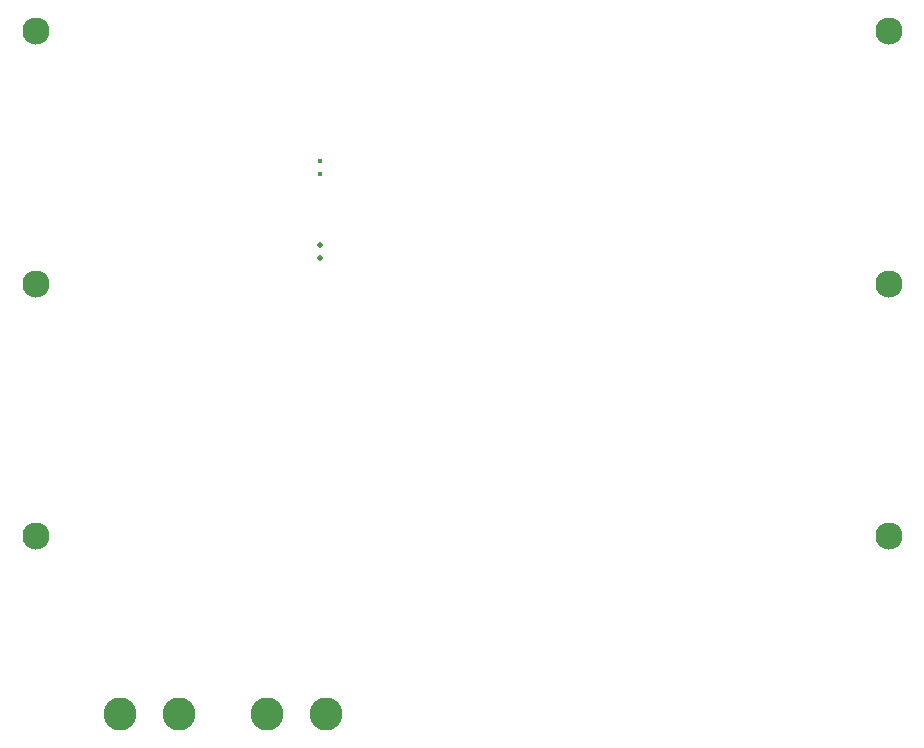
<source format=gbr>
%TF.GenerationSoftware,Altium Limited,Altium Designer,21.6.1 (37)*%
G04 Layer_Color=8388736*
%FSLAX45Y45*%
%MOMM*%
%TF.SameCoordinates,713E3131-B0EE-4415-9D9D-843BC13DAD56*%
%TF.FilePolarity,Negative*%
%TF.FileFunction,Soldermask,Top*%
%TF.Part,Single*%
G01*
G75*
%TA.AperFunction,ViaPad*%
%ADD12C,0.50000*%
%ADD13C,0.40000*%
%TA.AperFunction,ComponentPad*%
%ADD52C,2.30000*%
%ADD53C,0.10000*%
%ADD54C,2.80000*%
D12*
X2800000Y4365000D02*
D03*
Y4255000D02*
D03*
D13*
X2800000Y5075000D02*
D03*
Y4965000D02*
D03*
D52*
X7611000Y6180000D02*
D03*
X389000Y6180000D02*
D03*
X7611000Y4040000D02*
D03*
X389000Y4040000D02*
D03*
X7611000Y1900000D02*
D03*
X389000Y1900000D02*
D03*
D53*
X1227000Y5393000D02*
D03*
Y3253000D02*
D03*
Y1113000D02*
D03*
D54*
X2850000Y400000D02*
D03*
X2350000D02*
D03*
X1600000D02*
D03*
X1100000D02*
D03*
%TF.MD5,b2471411270cf300836ac330b7ad33f2*%
M02*

</source>
